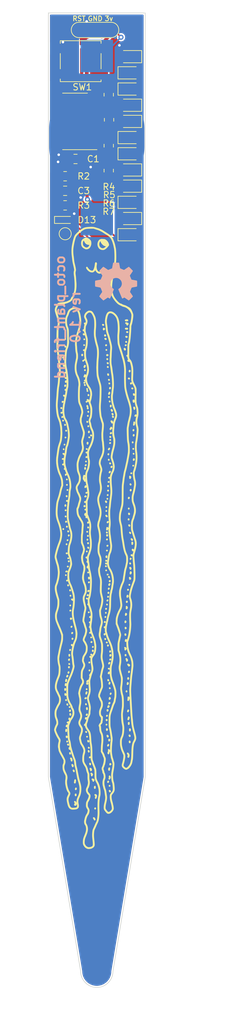
<source format=kicad_pcb>
(kicad_pcb (version 20211014) (generator pcbnew)
  (layers (0 "F.Cu" signal) (31 "B.Cu" signal) (34 "B.Paste" user) (35 "F.Paste" user) (36 "B.SilkS" user "B.Silkscreen") (37 "F.SilkS" user "F.Silkscreen") (38 "B.Mask" user) (39 "F.Mask" user) (44 "Edge.Cuts" user))
  (net 0 "")
  (net 4 "Net-(D1-Pad1)")
  (net 5 "Net-(D1-Pad2)")
  (net 6 "Net-(D3-Pad1)")
  (net 7 "Net-(D10-Pad2)")
  (net 8 "VDD")
  (net 9 "GND")
  (net 10 "LED Array 3")
  (net 11 "/C_Soil_+")
  (net 12 "Sensor Output")
  (net 13 "Sensor Input")
  (net 14 "LED Array 2")
  (net 15 "LED Array 1")
  (net 16 "LED Array 0")
  (net 17 "RESET")
  (net 19 "BTN")
  (footprint "Button_Switch_SMD:SW_Push_1P1T_NO_CK_KSC6xxJ" (layer "F.Cu") (at 101.6 35.0012)
    (fp_text reference "SW1" (at 0.254 4.064) (layer "F.SilkS"))
    (fp_text value "SW_Push")
    (pad "1" smd rect (at -2.9 -2) (size 2.8 1) (layers "F.Cu" "F.Paste" "F.Mask") (net 9 "GND"))
    (pad "1" smd rect (at 2.9 -2) (size 2.8 1) (layers "F.Cu" "F.Paste" "F.Mask") (net 9 "GND"))
    (pad "2" smd rect (at -2.9 2) (size 2.8 1) (layers "F.Cu" "F.Paste" "F.Mask") (net 19 "BTN"))
    (pad "2" smd rect (at 2.9 2) (size 2.8 1) (layers "F.Cu" "F.Paste" "F.Mask") (net 19 "BTN"))
  )
  (footprint "Capacitor_SMD:C_0805_2012Metric_Pad1.18x1.45mm_HandSolder" (layer "F.Cu") (at 100.7872 50.3428 180)
    (fp_text reference "C1" (at -2.794 0) (layer "F.SilkS"))
    (fp_text value "100nF")
    (pad "1" smd roundrect (at -1.0375 0 180) (size 1.175 1.45) (layers "F.Cu" "F.Paste" "F.Mask") (roundrect_rratio 0.212766) (net 8 "VDD"))
    (pad "2" smd roundrect (at 1.0375 0 180) (size 1.175 1.45) (layers "F.Cu" "F.Paste" "F.Mask") (roundrect_rratio 0.212766) (net 9 "GND"))
  )
  (footprint "LED_SMD:LED_0805_2012Metric_Pad1.15x1.40mm_HandSolder" (layer "F.Cu") (at 109.338 57.15)
    (fp_text reference "D10" hide)
    (fp_text value "LED")
    (pad "1" smd roundrect (at -1.025 0) (size 1.15 1.4) (layers "F.Cu" "F.Paste" "F.Mask") (roundrect_rratio 0.217391) (net 4 "Net-(D1-Pad1)"))
    (pad "2" smd roundrect (at 1.025 0) (size 1.15 1.4) (layers "F.Cu" "F.Paste" "F.Mask") (roundrect_rratio 0.217391) (net 7 "Net-(D10-Pad2)"))
  )
  (footprint "Capacitor_SMD:C_0805_2012Metric_Pad1.18x1.45mm_HandSolder" (layer "F.Cu") (at 99.1538 55.3388)
    (fp_text reference "C3" (at 2.921 0) (layer "F.SilkS"))
    (fp_text value "1uF")
    (pad "1" smd roundrect (at -1.0375 0) (size 1.175 1.45) (layers "F.Cu" "F.Paste" "F.Mask") (roundrect_rratio 0.212766) (net 12 "Sensor Output"))
    (pad "2" smd roundrect (at 1.0375 0) (size 1.175 1.45) (layers "F.Cu" "F.Paste" "F.Mask") (roundrect_rratio 0.212766) (net 9 "GND"))
  )
  (footprint "LED_SMD:LED_0805_2012Metric_Pad1.15x1.40mm_HandSolder" (layer "F.Cu") (at 109.338 54.61 180)
    (fp_text reference "D9" hide)
    (fp_text value "LED")
    (pad "1" smd roundrect (at -1.025 0 180) (size 1.15 1.4) (layers "F.Cu" "F.Paste" "F.Mask") (roundrect_rratio 0.217391) (net 7 "Net-(D10-Pad2)"))
    (pad "2" smd roundrect (at 1.025 0 180) (size 1.15 1.4) (layers "F.Cu" "F.Paste" "F.Mask") (roundrect_rratio 0.217391) (net 4 "Net-(D1-Pad1)"))
  )
  (footprint "LED_SMD:LED_0805_2012Metric_Pad1.15x1.40mm_HandSolder" (layer "F.Cu") (at 109.338 49.53)
    (fp_text reference "D7" hide)
    (fp_text value "LED")
    (pad "1" smd roundrect (at -1.025 0) (size 1.15 1.4) (layers "F.Cu" "F.Paste" "F.Mask") (roundrect_rratio 0.217391) (net 6 "Net-(D3-Pad1)"))
    (pad "2" smd roundrect (at 1.025 0) (size 1.15 1.4) (layers "F.Cu" "F.Paste" "F.Mask") (roundrect_rratio 0.217391) (net 5 "Net-(D1-Pad2)"))
  )
  (footprint "custom:TestPoint_Pad_3x1_D1.5mm" (layer "F.Cu") (at 99.822 30.099)
    (fp_text reference "J1" hide)
    (fp_text value "Conn_01x03")
    (pad "1" smd circle (at 1.5 0) (size 2 2) (layers "F.Cu" "F.Mask") (net 17 "RESET"))
    (pad "2" smd circle (at 4.04 0) (size 2 2) (layers "F.Cu" "F.Mask") (net 9 "GND"))
    (pad "3" smd circle (at 6.58 0) (size 2 2) (layers "F.Cu" "F.Mask") (net 8 "VDD"))
  )
  (footprint "LED_SMD:LED_0805_2012Metric_Pad1.15x1.40mm_HandSolder" (layer "F.Cu") (at 109.338 52.07 180)
    (fp_text reference "D8" hide)
    (fp_text value "LED")
    (pad "1" smd roundrect (at -1.025 0 180) (size 1.15 1.4) (layers "F.Cu" "F.Paste" "F.Mask") (roundrect_rratio 0.217391) (net 5 "Net-(D1-Pad2)"))
    (pad "2" smd roundrect (at 1.025 0 180) (size 1.15 1.4) (layers "F.Cu" "F.Paste" "F.Mask") (roundrect_rratio 0.217391) (net 6 "Net-(D3-Pad1)"))
  )
  (footprint "LED_SMD:LED_0805_2012Metric_Pad1.15x1.40mm_HandSolder" (layer "F.Cu") (at 109.338 44.45 180)
    (fp_text reference "D5" hide)
    (fp_text value "LED")
    (pad "1" smd roundrect (at -1.025 0 180) (size 1.15 1.4) (layers "F.Cu" "F.Paste" "F.Mask") (roundrect_rratio 0.217391) (net 7 "Net-(D10-Pad2)"))
    (pad "2" smd roundrect (at 1.025 0 180) (size 1.15 1.4) (layers "F.Cu" "F.Paste" "F.Mask") (roundrect_rratio 0.217391) (net 6 "Net-(D3-Pad1)"))
  )
  (footprint "LED_SMD:LED_0805_2012Metric_Pad1.15x1.40mm_HandSolder" (layer "F.Cu") (at 109.338 41.91 180)
    (fp_text reference "D4" hide)
    (fp_text value "LED")
    (pad "1" smd roundrect (at -1.025 0 180) (size 1.15 1.4) (layers "F.Cu" "F.Paste" "F.Mask") (roundrect_rratio 0.217391) (net 4 "Net-(D1-Pad1)"))
    (pad "2" smd roundrect (at 1.025 0 180) (size 1.15 1.4) (layers "F.Cu" "F.Paste" "F.Mask") (roundrect_rratio 0.217391) (net 6 "Net-(D3-Pad1)"))
  )
  (footprint "Resistor_SMD:R_0805_2012Metric_Pad1.20x1.40mm_HandSolder" (layer "F.Cu") (at 106.0196 52.1716 -90)
    (fp_text reference "R7" (at 6.4262 0 180) (layer "F.SilkS"))
    (fp_text value "33")
    (pad "1" smd roundrect (at -1 0 270) (size 1.2 1.4) (layers "F.Cu" "F.Paste" "F.Mask") (roundrect_rratio 0.208333) (net 10 "LED Array 3"))
    (pad "2" smd roundrect (at 1 0 270) (size 1.2 1.4) (layers "F.Cu" "F.Paste" "F.Mask") (roundrect_rratio 0.208333) (net 7 "Net-(D10-Pad2)"))
  )
  (footprint "Diode_SMD:D_SC-80_HandSoldering" (layer "F.Cu") (at 99.2808 59.9108)
    (fp_text reference "D13" (at 3.302 0) (layer "F.SilkS"))
    (fp_text value "LL4148")
    (pad "1" smd rect (at -1.1 0) (size 1.1 0.6) (layers "F.Cu" "F.Paste" "F.Mask") (net 12 "Sensor Output"))
    (pad "2" smd rect (at 1.1 0) (size 1.1 0.6) (layers "F.Cu" "F.Paste" "F.Mask") (net 11 "/C_Soil_+"))
  )
  (footprint "custom:soilCapactiorTrace" (layer "F.Cu") (at 104.14 118.11)
    (fp_text reference "C2" hide)
    (fp_text value "Parasitic")
    (pad "1" smd oval (at 0 0) (size 5.08 82.55) (layers "F.Cu") (net 11 "/C_Soil_+") (clearance 1))
    (pad "2" smd circle (at -3.81 0) (size 0.2 0.2) (layers "F.Cu") (net 9 "GND"))
  )
  (footprint "LED_SMD:LED_0805_2012Metric_Pad1.15x1.40mm_HandSolder" (layer "F.Cu") (at 109.338 62.23)
    (fp_text reference "D12" hide)
    (fp_text value "LED")
    (pad "1" smd roundrect (at -1.025 0) (size 1.15 1.4) (layers "F.Cu" "F.Paste" "F.Mask") (roundrect_rratio 0.217391) (net 5 "Net-(D1-Pad2)"))
    (pad "2" smd roundrect (at 1.025 0) (size 1.15 1.4) (layers "F.Cu" "F.Paste" "F.Mask") (roundrect_rratio 0.217391) (net 7 "Net-(D10-Pad2)"))
  )
  (footprint "LED_SMD:LED_0805_2012Metric_Pad1.15x1.40mm_HandSolder" (layer "F.Cu") (at 109.338 39.37)
    (fp_text reference "D3" hide)
    (fp_text value "LED")
    (pad "1" smd roundrect (at -1.025 0) (size 1.15 1.4) (layers "F.Cu" "F.Paste" "F.Mask") (roundrect_rratio 0.217391) (net 6 "Net-(D3-Pad1)"))
    (pad "2" smd roundrect (at 1.025 0) (size 1.15 1.4) (layers "F.Cu" "F.Paste" "F.Mask") (roundrect_rratio 0.217391) (net 4 "Net-(D1-Pad1)"))
  )
  (footprint "LED_SMD:LED_0805_2012Metric_Pad1.15x1.40mm_HandSolder" (layer "F.Cu") (at 109.338 36.83)
    (fp_text reference "D2" hide)
    (fp_text value "LED")
    (pad "1" smd roundrect (at -1.025 0) (size 1.15 1.4) (layers "F.Cu" "F.Paste" "F.Mask") (roundrect_rratio 0.217391) (net 5 "Net-(D1-Pad2)"))
    (pad "2" smd roundrect (at 1.025 0) (size 1.15 1.4) (layers "F.Cu" "F.Paste" "F.Mask") (roundrect_rratio 0.217391) (net 4 "Net-(D1-Pad1)"))
  )
  (footprint "Resistor_SMD:R_0805_2012Metric_Pad1.20x1.40mm_HandSolder" (layer "F.Cu") (at 99.1538 57.6248)
    (fp_text reference "R3" (at 2.921 0) (layer "F.SilkS"))
    (fp_text value "1M")
    (pad "1" smd roundrect (at -1 0) (size 1.2 1.4) (layers "F.Cu" "F.Paste" "F.Mask") (roundrect_rratio 0.208333) (net 12 "Sensor Output"))
    (pad "2" smd roundrect (at 1 0) (size 1.2 1.4) (layers "F.Cu" "F.Paste" "F.Mask") (roundrect_rratio 0.208333) (net 9 "GND"))
  )
  (footprint "Package_SO:SOIC-14_3.9x8.7mm_P1.27mm" (layer "F.Cu") (at 100.711 44.45 180)
    (fp_text reference "IC1" hide)
    (fp_text value "ATTINY824-SSFR")
    (pad "1" smd roundrect (at -2.475 -3.81 180) (size 1.95 0.6) (layers "F.Cu" "F.Paste" "F.Mask") (net 8 "VDD"))
    (pad "2" smd roundrect (at -2.475 -2.54 180) (size 1.95 0.6) (layers "F.Cu" "F.Paste" "F.Mask") (net 10 "LED Array 3"))
    (pad "3" smd roundrect (at -2.475 -1.27 180) (size 1.95 0.6) (layers "F.Cu" "F.Paste" "F.Mask") (net 14 "LED Array 2"))
    (pad "4" smd roundrect (at -2.475 0 180) (size 1.95 0.6) (layers "F.Cu" "F.Paste" "F.Mask") (net 15 "LED Array 1"))
    (pad "5" smd roundrect (at -2.475 1.27 180) (size 1.95 0.6) (layers "F.Cu" "F.Paste" "F.Mask") (net 16 "LED Array 0"))
    (pad "6" smd roundrect (at -2.475 2.54 180) (size 1.95 0.6) (layers "F.Cu" "F.Paste" "F.Mask"))
    (pad "7" smd roundrect (at -2.475 3.81 180) (size 1.95 0.6) (layers "F.Cu" "F.Paste" "F.Mask"))
    (pad "8" smd roundrect (at 2.475 3.81 180) (size 1.95 0.6) (layers "F.Cu" "F.Paste" "F.Mask"))
    (pad "9" smd roundrect (at 2.475 2.54 180) (size 1.95 0.6) (layers "F.Cu" "F.Paste" "F.Mask"))
    (pad "10" smd roundrect (at 2.475 1.27 180) (size 1.95 0.6) (layers "F.Cu" "F.Paste" "F.Mask") (net 17 "RESET"))
    (pad "11" smd roundrect (at 2.475 0 180) (size 1.95 0.6) (layers "F.Cu" "F.Paste" "F.Mask") (net 12 "Sensor Output"))
    (pad "12" smd roundrect (at 2.475 -1.27 180) (size 1.95 0.6) (layers "F.Cu" "F.Paste" "F.Mask") (net 19 "BTN"))
    (pad "13" smd roundrect (at 2.475 -2.54 180) (size 1.95 0.6) (layers "F.Cu" "F.Paste" "F.Mask") (net 13 "Sensor Input"))
    (pad "14" smd roundrect (at 2.475 -3.81 180) (size 1.95 0.6) (layers "F.Cu" "F.Paste" "F.Mask") (net 9 "GND"))
  )
  (footprint "Resistor_SMD:R_0805_2012Metric_Pad1.20x1.40mm_HandSolder" (layer "F.Cu") (at 106.0704 44.196 90)
    (fp_text reference "R5" (at -11.7856 0.0254 180) (layer "F.SilkS"))
    (fp_text value "33")
    (pad "1" smd roundrect (at -1 0 90) (size 1.2 1.4) (layers "F.Cu" "F.Paste" "F.Mask") (roundrect_rratio 0.208333) (net 15 "LED Array 1"))
    (pad "2" smd roundrect (at 1 0 90) (size 1.2 1.4) (layers "F.Cu" "F.Paste" "F.Mask") (roundrect_rratio 0.208333) (net 4 "Net-(D1-Pad1)"))
  )
  (footprint "art:art" (layer "F.Cu") (at 103.632 98.933)
    (fp_text reference "G***" hide)
    (fp_text value "LOGO" hide)
  )
  (footprint "Resistor_SMD:R_0805_2012Metric_Pad1.20x1.40mm_HandSolder" (layer "F.Cu") (at 106.0196 40.259 90)
    (fp_text reference "R4" (at -14.4526 0.0254 180) (layer "F.SilkS"))
    (fp_text value "33")
    (pad "1" smd roundrect (at -1 0 90) (size 1.2 1.4) (layers "F.Cu" "F.Paste" "F.Mask") (roundrect_rratio 0.208333) (net 16 "LED Array 0"))
    (pad "2" smd roundrect (at 1 0 90) (size 1.2 1.4) (layers "F.Cu" "F.Paste" "F.Mask") (roundrect_rratio 0.208333) (net 5 "Net-(D1-Pad2)"))
  )
  (footprint "LED_SMD:LED_0805_2012Metric_Pad1.15x1.40mm_HandSolder" (layer "F.Cu") (at 109.338 34.29 180)
    (fp_text reference "D1" hide)
    (fp_text value "LED")
    (pad "1" smd roundrect (at -1.025 0 180) (size 1.15 1.4) (layers "F.Cu" "F.Paste" "F.Mask") (roundrect_rratio 0.217391) (net 4 "Net-(D1-Pad1)"))
    (pad "2" smd roundrect (at 1.025 0 180) (size 1.15 1.4) (layers "F.Cu" "F.Paste" "F.Mask") (roundrect_rratio 0.217391) (net 5 "Net-(D1-Pad2)"))
  )
  (footprint "LED_SMD:LED_0805_2012Metric_Pad1.15x1.40mm_HandSolder" (layer "F.Cu") (at 109.338 46.99)
    (fp_text reference "D6" hide)
    (fp_text value "LED")
    (pad "1" smd roundrect (at -1.025 0) (size 1.15 1.4) (layers "F.Cu" "F.Paste" "F.Mask") (roundrect_rratio 0.217391) (net 6 "Net-(D3-Pad1)"))
    (pad "2" smd roundrect (at 1.025 0) (size 1.15 1.4) (layers "F.Cu" "F.Paste" "F.Mask") (roundrect_rratio 0.217391) (net 7 "Net-(D10-Pad2)"))
  )
  (footprint "TestPoint:TestPoint_Pad_D1.5mm" (layer "F.Cu") (at 99.1616 62.0776)
    (fp_text reference "TP1" hide)
    (fp_text value "Sensor Output Test")
    (pad "1" smd circle (at 0 0) (size 1.5 1.5) (layers "F.Cu" "F.Mask") (net 12 "Sensor Output"))
  )
  (footprint "LED_SMD:LED_0805_2012Metric_Pad1.15x1.40mm_HandSolder" (layer "F.Cu") (at 109.338 59.69 180)
    (fp_text reference "D11" hide)
    (fp_text value "LED")
    (pad "1" smd roundrect (at -1.025 0 180) (size 1.15 1.4) (layers "F.Cu" "F.Paste" "F.Mask") (roundrect_rratio 0.217391) (net 7 "Net-(D10-Pad2)"))
    (pad "2" smd roundrect (at 1.025 0 180) (size 1.15 1.4) (layers "F.Cu" "F.Paste" "F.Mask") (roundrect_rratio 0.217391) (net 5 "Net-(D1-Pad2)"))
  )
  (footprint "Resistor_SMD:R_0805_2012Metric_Pad1.20x1.40mm_HandSolder" (layer "F.Cu") (at 106.0196 48.26 -90)
    (fp_text reference "R6" (at 9.0424 -0.0254 180) (layer "F.SilkS"))
    (fp_text value "33")
    (pad "1" smd roundrect (at -1 0 270) (size 1.2 1.4) (layers "F.Cu" "F.Paste" "F.Mask") (roundrect_rratio 0.208333) (net 14 "LED Array 2"))
    (pad "2" smd roundrect (at 1 0 270) (size 1.2 1.4) (layers "F.Cu" "F.Paste" "F.Mask") (roundrect_rratio 0.208333) (net 6 "Net-(D3-Pad1)"))
  )
  (footprint "Resistor_SMD:R_0805_2012Metric_Pad1.20x1.40mm_HandSolder" (layer "F.Cu") (at 99.1538 53.0528)
    (fp_text reference "R2" (at 2.921 0 180) (layer "F.SilkS"))
    (fp_text value "10k")
    (pad "1" smd roundrect (at -1 0) (size 1.2 1.4) (layers "F.Cu" "F.Paste" "F.Mask") (roundrect_rratio 0.208333) (net 13 "Sensor Input"))
    (pad "2" smd roundrect (at 1 0) (size 1.2 1.4) (layers "F.Cu" "F.Paste" "F.Mask") (roundrect_rratio 0.208333) (net 11 "/C_Soil_+"))
  )
  (footprint "Symbol:OSHW-Symbol_6.7x6mm_SilkScreen" (layer "B.Cu") (at 107.188 69.596 180)
    (fp_text reference "REF**" hide)
    (fp_text value "OSHW-Symbol_6.7x6mm_SilkScreen" hide)
  )
  (footprint "Battery:BatteryHolder_Keystone_3002_1x2032" (layer "B.Cu") (at 104.14 46.99 90)
    (fp_text reference "BT1" hide)
    (fp_text value "CR2032")
    (pad "1" smd rect (at -12.8 0 90) (size 5.1 5.1) (layers "B.Cu" "B.Paste" "B.Mask") (net 8 "VDD"))
    (pad "1" smd rect (at 12.8 0 90) (size 5.1 5.1) (layers "B.Cu" "B.Paste" "B.Mask") (net 8 "VDD"))
    (pad "2" smd oval (at 0 0 90) (size 17.8 15) (layers "B.Cu" "B.Mask") (net 9 "GND"))
  )
  (gr_arc (start 106.68 177.8) (mid 104.14 180.34) (end 101.6 177.8) (layer "Edge.Cuts") (width 0.1))
  (gr_line (start 96.52 27.432) (end 111.76 27.432) (layer "Edge.Cuts") (width 0.1))
  (gr_line (start 111.76 27.432) (end 111.76 147.32) (layer "Edge.Cuts") (width 0.1))
  (gr_line (start 96.52 147.32) (end 96.52 27.432) (layer "Edge.Cuts") (width 0.1))
  (gr_line (start 101.6 177.8) (end 96.52 147.32) (layer "Edge.Cuts") (width 0.1))
  (gr_line (start 106.68 177.8) (end 111.76 147.32) (layer "Edge.Cuts") (width 0.1))
  (gr_text "octo_plant_friend\nrev 1.0" (at 99.568 75.184 90) (layer "B.SilkS") (effects (font (size 1.5 1.5) (thickness 0.3)) (justify mirror)))
  (gr_text "GND" (at 103.886 28.321) (layer "F.SilkS") (effects (font (size 0.75 0.75))))
  (gr_text "RST" (at 101.346 28.321) (layer "F.SilkS") (effects (font (size 0.75 0.75))))
  (gr_text "3v" (at 106.045 28.321) (layer "F.SilkS") (effects (font (size 0.75 0.75))))
  (segment (start 104.3432 48.748872) (end 104.3432 51.360253) (width 0.25) (layer "F.Cu") (net 4))
  (segment (start 101.88648 47.357512) (end 102.164448 47.63548) (width 0.25) (layer "F.Cu") (net 4))
  (segment (start 101.88648 43.96032) (end 101.88648 47.357512) (width 0.25) (layer "F.Cu") (net 4))
  (segment (start 105.918 43.196) (end 105.28852 43.82548) (width 0.25) (layer "F.Cu") (net 4))
  (segment (start 107.41348 36.932775) (end 107.41348 33.602027) (width 0.25) (layer "F.Cu") (net 4))
  (segment (start 108.313 54.61) (end 108.313 57.15) (width 0.25) (layer "F.Cu") (net 4))
  (segment (start 107.41348 33.602027) (end 107.750027 33.26548) (width 0.25) (layer "F.Cu") (net 4))
  (segment (start 104.207552 47.63548) (end 104.48552 47.913448) (width 0.25) (layer "F.Cu") (net 4))
  (segment (start 107.1372 42.1038) (end 107.1372 40.738707) (width 0.25) (layer "F.Cu") (net 4))
  (segment (start 105.28852 43.82548) (end 102.02132 43.82548) (width 0.25) (layer "F.Cu") (net 4))
  (segment (start 110.363 39.37) (end 110.363 41.91) (width 0.25) (layer "F.Cu") (net 4))
  (segment (start 102.02132 43.82548) (end 101.88648 43.96032) (width 0.25) (layer "F.Cu") (net 4))
  (segment (start 104.89348 39.846973) (end 104.89348 38.671027) (width 0.25) (layer "F.Cu") (net 4))
  (segment (start 104.89348 38.671027) (end 105.230027 38.33448) (width 0.25) (layer "F.Cu") (net 4))
  (segment (start 104.48552 47.913448) (end 104.48552 48.606552) (width 0.25) (layer "F.Cu") (net 4))
  (segment (start 105.154547 52.1716) (end 106.7816 52.1716) (width 0.25) (layer "F.Cu") (net 4))
  (segment (start 105.230027 38.33448) (end 106.011775 38.33448) (width 0.25) (layer "F.Cu") (net 4))
  (segment (start 107.1372 40.738707) (end 106.582013 40.18352) (width 0.25) (layer "F.Cu") (net 4))
  (segment (start 107.750027 33.26548) (end 109.33848 33.26548) (width 0.25) (layer "F.Cu") (net 4))
  (segment (start 104.48552 48.606552) (end 104.3432 48.748872) (width 0.25) (layer "F.Cu") (net 4))
  (segment (start 109.33848 33.26548) (end 110.363 34.29) (width 0.25) (layer "F.Cu") (net 4))
  (segment (start 102.164448 47.63548) (end 104.207552 47.63548) (width 0.25) (layer "F.Cu") (net 4))
  (segment (start 110.363 34.29) (end 110.363 36.83) (width 0.25) (layer "F.Cu") (net 4))
  (segment (start 105.230027 40.18352) (end 104.89348 39.846973) (width 0.25) (layer "F.Cu") (net 4))
  (segment (start 106.7816 52.1716) (end 108.313 53.703) (width 0.25) (layer "F.Cu") (net 4))
  (segment (start 106.582013 40.18352) (end 105.230027 40.18352) (width 0.25) (layer "F.Cu") (net 4))
  (segment (start 104.3432 51.360253) (end 105.154547 52.1716) (width 0.25) (layer "F.Cu") (net 4))
  (segment (start 108.313 53.703) (end 108.313 54.61) (width 0.25) (layer "F.Cu") (net 4))
  (segment (start 106.045 43.196) (end 107.1372 42.1038) (width 0.25) (layer "F.Cu") (net 4))
  (segment (start 110.363 36.83) (end 110.363 39.37) (width 0.25) (layer "F.Cu") (net 4))
  (segment (start 106.011775 38.33448) (end 107.41348 36.932775) (width 0.25) (layer "F.Cu") (net 4))
  (segment (start 106.045 39.098) (end 108.313 36.83) (width 0.25) (layer "F.Cu") (net 5))
  (segment (start 109.46348 50.42952) (end 109.46348 58.53952) (width 0.25) (layer "F.Cu") (net 5))
  (segment (start 109.21252 48.37952) (end 110.363 49.53) (width 0.25) (layer "F.Cu") (net 5))
  (segment (start 110.363 49.53) (end 110.363 52.07) (width 0.25) (layer "F.Cu") (net 5))
  (segment (start 109.46348 58.53952) (end 108.313 59.69) (width 0.25) (layer "F.Cu") (net 5))
  (segment (start 110.363 49.53) (end 109.46348 50.42952) (width 0.25) (layer "F.Cu") (net 5))
  (segment (start 108.313 62.23) (end 108.313 59.69) (width 0.25) (layer "F.Cu") (net 5))
  (segment (start 108.313 34.29) (end 108.313 36.83) (width 0.25) (layer "F.Cu") (net 5))
  (segment (start 109.21252 37.72952) (end 109.21252 48.37952) (width 0.25) (layer "F.Cu") (net 5))
  (segment (start 106.045 39.259) (end 106.045 39.098) (width 0.25) (layer "F.Cu") (net 5))
  (segment (start 108.313 36.83) (end 109.21252 37.72952) (width 0.25) (layer "F.Cu") (net 5))
  (segment (start 108.313 52.07) (end 108.313 49.53) (width 0.25) (layer "F.Cu") (net 6))
  (segment (start 108.313 44.45) (end 108.313 41.91) (width 0.25) (layer "F.Cu") (net 6))
  (segment (start 106.045 49.26) (end 108.043 49.26) (width 0.25) (layer "F.Cu") (net 6))
  (segment (start 108.043 49.26) (end 108.313 49.53) (width 0.25) (layer "F.Cu") (net 6))
  (segment (start 108.313 41.91) (end 108.313 39.37) (width 0.25) (layer "F.Cu") (net 6))
  (segment (start 108.313 49.53) (end 108.313 46.99) (width 0.25) (layer "F.Cu") (net 6))
  (segment (start 108.313 46.99) (end 108.313 44.45) (width 0.25) (layer "F.Cu") (net 6))
  (segment (start 106.045 53.197) (end 106.045 61.549493) (width 0.25) (layer "F.Cu") (net 7))
  (segment (start 107.750027 63.25452) (end 109.33848 63.25452) (width 0.25) (layer "F.Cu") (net 7))
  (segment (start 106.045 61.549493) (end 107.750027 63.25452) (width 0.25) (layer "F.Cu") (net 7))
  (segment (start 111.26252 53.71048) (end 111.26252 47.88952) (width 0.25) (layer "F.Cu") (net 7))
  (segment (start 109.33848 63.25452) (end 110.363 62.23) (width 0.25) (layer "F.Cu") (net 7))
  (segment (start 110.363 44.45) (end 110.363 46.99) (width 0.25) (layer "F.Cu") (net 7))
  (segment (start 111.26252 47.88952) (end 110.363 46.99) (width 0.25) (layer "F.Cu") (net 7))
  (segment (start 110.363 54.61) (end 111.26252 53.71048) (width 0.25) (layer "F.Cu") (net 7))
  (segment (start 110.363 57.15) (end 110.363 59.69) (width 0.25) (layer "F.Cu") (net 7))
  (segment (start 110.363 54.61) (end 110.363 57.15) (width 0.25) (layer "F.Cu") (net 7))
  (segment (start 110.363 59.69) (end 110.363 62.23) (width 0.25) (layer "F.Cu") (net 7))
  (segment (start 106.426 30.734) (end 106.68 30.48) (width 0.25) (layer "F.Cu") (net 8))
  (segment (start 107.188 30.48) (end 107.95 31.242) (width 0.25) (layer "F.Cu") (net 8))
  (segment (start 101.8247 50.3428) (end 101.8247 49.6213) (width 0.25) (layer "F.Cu") (net 8))
  (segment (start 101.76148 33.11252) (end 101.76148 43.272827) (width 0.5) (layer "F.Cu") (net 8))
  (segment (start 106.426 30.734) (end 105.2322 31.9278) (width 0.5) (layer "F.Cu") (net 8))
  (segment (start 101.8247 51.464091) (end 101.8247 50.3428) (width 0.5) (layer "F.Cu") (net 8))
  (segment (start 101.31196 47.595485) (end 101.5 47.783526) (width 0.5) (layer "F.Cu") (net 8))
  (segment (start 101.31196 43.722347) (end 101.31196 47.595485) (width 0.5) (layer "F.Cu") (net 8))
  (segment (start 106.68 30.48) (end 107.188 30.48) (width 0.25) (layer "F.Cu") (net 8))
  (segment (start 101.5 50.0181) (end 101.8247 50.3428) (width 0.5) (layer "F.Cu") (net 8))
  (segment (start 102.6668 56.6928) (end 102.616 56.642) (width 0.5) (layer "F.Cu") (net 8))
  (segment (start 101.76148 43.272827) (end 101.31196 43.722347) (width 0.5) (layer "F.Cu") (net 8))
  (segment (start 101.8247 49.6213) (end 103.186 48.26) (width 0.5) (layer "F.Cu") (net 8))
  (segment (start 105.2322 31.9278) (end 102.9462 31.9278) (width 0.5) (layer "F.Cu") (net 8))
  (segment (start 102.9462 31.9278) (end 101.76148 33.11252) (width 0.5) (layer "F.Cu") (net 8))
  (segment (start 102.616 52.255391) (end 101.8247 51.464091) (width 0.5) (layer "F.Cu") (net 8))
  (segment (start 101.5 47.783526) (end 101.5 50.0181) (width 0.5) (layer "F.Cu") (net 8))
  (segment (start 102.616 56.642) (end 102.616 52.255391) (width 0.5) (layer "F.Cu") (net 8))
  (via (at 102.6668 56.6928) (size 0.8) (drill 0.4) (layers "F.Cu" "B.Cu") (net 8))
  (via (at 107.95 31.242) (size 0.8) (drill 0.4) (layers "F.Cu" "B.Cu") (net 8))
  (segment (start 102.6668 56.6928) (end 104.14 58.166) (width 0.5) (layer "B.Cu") (net 8))
  (segment (start 107.95 31.242) (end 105.002 34.19) (width 0.25) (layer "B.Cu") (net 8))
  (segment (start 105.002 34.19) (end 104.14 34.19) (width 0.25) (layer "B.Cu") (net 8))
  (segment (start 100.3808 55.3388) (end 100.3288 55.3388) (width 0.25) (layer "F.Cu") (net 9))
  (segment (start 100.3808 55.3388) (end 100.432414 55.3388) (width 0.25) (layer "F.Cu") (net 9))
  (segment (start 99.7497 49.7737) (end 98.236 48.26) (width 0.5) (layer "F.Cu") (net 9))
  (segment (start 99.7497 50.3428) (end 99.7497 49.7737) (width 0.25) (layer "F.Cu") (net 9))
  (via (at 107.700299 32.516299) (size 0.8) (drill 0.4) (layers "F.Cu" "B.Cu") (net 9))
  (via (at 102.5398 28.7528) (size 0.8) (drill 0.4) (layers "F.Cu" "B.Cu") (net 9))
  (via (at 101.6 56.388) (size 0.8) (drill 0.4) (layers "F.Cu" "B.Cu") (net 9))
  (via (at 100.584 58.928) (size 0.8) (drill 0.4) (layers "F.Cu" "B.Cu") (net 9))
  (via (at 98.806 32.004) (size 0.8) (drill 0.4) (layers "F.Cu" "B.Cu") (net 9))
  (via (at 103.1748 51.6128) (size 0.8) (drill 0.4) (layers "F.Cu" "B.Cu") (net 9))
  (via (at 98.1456 49.6824) (size 0.8) (drill 0.4) (layers "F.Cu" "B.Cu") (net 9))
  (via (at 98.044 50.8) (size 0.8) (drill 0.4) (layers "F.Cu" "B.Cu") (net 9))
  (segment (start 107.185852 50.25966) (end 107.1372 50.211008) (width 0.25) (layer "B.Cu") (net 9))
  (segment (start 107.1372 50.211008) (end 107.1372 48.2092) (width 0.25) (layer "B.Cu") (net 9))
  (segment (start 104.93504 47.42944) (end 104.4956 46.99) (width 0.25) (layer "F.Cu") (net 10))
  (segment (start 104.79272 48.93507) (end 104.93504 48.792749) (width 0.25) (layer "F.Cu") (net 10))
  (segment (start 104.93504 48.792749) (end 104.93504 47.42944) (width 0.25) (layer "F.Cu") (net 10))
  (segment (start 104.79272 50.04632) (end 104.79272 48.93507) (width 0.25) (layer "F.Cu") (net 10))
  (segment (start 105.918 51.1716) (end 104.79272 50.04632) (width 0.25) (layer "F.Cu") (net 10))
  (segment (start 104.4956 46.99) (end 103.186 46.99) (width 0.25) (layer "F.Cu") (net 10))
  (segment (start 99.22928 54.675827) (end 99.22928 58.75928) (width 0.25) (layer "F.Cu") (net 11))
  (segment (start 104.14 64.008) (end 100.3808 60.2488) (width 0.25) (layer "F.Cu") (net 11))
  (segment (start 100.1538 54.1258) (end 99.99032 54.28928) (width 0.25) (layer "F.Cu") (net 11))
  (segment (start 100.1538 53.0528) (end 100.1538 54.1258) (width 0.25) (layer "F.Cu") (net 11))
  (segment (start 100.3808 60.2488) (end 100.3808 59.9108) (width 0.25) (layer "F.Cu") (net 11))
  (segment (start 104.14 118.11) (end 104.14 64.008) (width 0.25) (layer "F.Cu") (net 11))
  (segment (start 99.99032 54.28928) (end 99.615827 54.28928) (width 0.25) (layer "F.Cu") (net 11))
  (segment (start 99.615827 54.28928) (end 99.22928 54.675827) (width 0.25) (layer "F.Cu") (net 11))
  (segment (start 99.22928 58.75928) (end 100.3808 59.9108) (width 0.25) (layer "F.Cu") (net 11))
  (segment (start 98.1808 61.0968) (end 99.1616 62.0776) (width 0.25) (layer "F.Cu") (net 12))
  (segment (start 98.1808 59.9108) (end 98.1808 61.0968) (width 0.25) (layer "F.Cu") (net 12))
  (segment (start 98.1808 57.6518) (end 98.1538 57.6248) (width 0.25) (layer "F.Cu") (net 12))
  (segment (start 99.822 45.659928) (end 98.612072 44.45) (width 0.25) (layer "F.Cu") (net 12))
  (segment (start 99.822 48.790107) (end 99.822 45.659928) (width 0.25) (layer "F.Cu") (net 12))
  (segment (start 99.1616 52.432507) (end 99.565827 52.02828) (width 0.25) (layer "F.Cu") (net 12))
  (segment (start 100.66172 49.629827) (end 99.822 48.790107) (width 0.25) (layer "F.Cu") (net 12))
  (segment (start 100.2792 51.9684) (end 100.66172 51.58588) (width 0.25) (layer "F.Cu") (net 12))
  (segment (start 98.1163 55.3388) (end 98.1163 54.702793) (width 0.25) (layer "F.Cu") (net 12))
  (segment (start 99.1616 53.657493) (end 99.1616 52.432507) (width 0.25) (layer "F.Cu") (net 12))
  (segment (start 98.612072 44.45) (end 98.236 44.45) (width 0.25) (layer "F.Cu") (net 12))
  (segment (start 99.565827 52.02828) (end 100.21932 52.02828) (width 0.25) (layer "F.Cu") (net 12))
  (segment (start 98.1538 57.6248) (end 98.1538 55.3763) (width 0.25) (layer "F.Cu") (net 12))
  (segment (start 100.66172 51.58588) (end 100.66172 49.629827) (width 0.25) (layer "F.Cu") (net 12))
  (segment (start 98.1808 59.9108) (end 98.1808 57.6518) (width 0.25) (layer "F.Cu") (net 12))
  (segment (start 98.1538 55.3763) (end 98.1163 55.3388) (width 0.25) (layer "F.Cu") (net 12))
  (segment (start 98.1163 54.702793) (end 99.1616 53.657493) (width 0.25) (layer "F.Cu") (net 12))
  (segment (start 98.1538 53.0528) (end 96.93648 51.83548) (width 0.25) (layer "F.Cu") (net 13))
  (segment (start 96.93648 47.913448) (end 97.859928 46.99) (width 0.25) (layer "F.Cu") (net 13))
  (segment (start 97.859928 46.99) (end 98.236 46.99) (width 0.25) (layer "F.Cu") (net 13))
  (segment (start 96.93648 51.83548) (end 96.93648 47.913448) (width 0.25) (layer "F.Cu") (net 13))
  (segment (start 103.186 45.72) (end 104.505 45.72) (width 0.25) (layer "F.Cu") (net 14))
  (segment (start 104.505 45.72) (end 106.045 47.26) (width 0.25) (layer "F.Cu") (net 14))
  (segment (start 103.186 44.45) (end 105.299 44.45) (width 0.25) (layer "F.Cu") (net 15))
  (segment (start 105.299 44.45) (end 106.045 45.196) (width 0.25) (layer "F.Cu") (net 15))
  (segment (start 103.562072 43.18) (end 105.483072 41.259) (width 0.25) (layer "F.Cu") (net 16))
  (segment (start 103.186 43.18) (end 103.562072 43.18) (width 0.25) (layer "F.Cu") (net 16))
  (segment (start 105.483072 41.259) (end 106.045 41.259) (width 0.25) (layer "F.Cu") (net 16))
  (segment (start 101.322 30.099) (end 101.092 30.329) (width 0.25) (layer "F.Cu") (net 17))
  (segment (start 98.612072 43.18) (end 98.236 43.18) (width 0.25) (layer "F.Cu") (net 17))
  (segment (start 101.092 30.329) (end 101.092 40.700072) (width 0.25) (layer "F.Cu") (net 17))
  (segment (start 101.092 40.700072) (end 98.612072 43.18) (width 0.25) (layer "F.Cu") (net 17))
  (segment (start 97.859928 45.72) (end 98.236 45.72) (width 0.25) (layer "F.Cu") (net 19))
  (segment (start 96.93648 44.796552) (end 97.859928 45.72) (width 0.25) (layer "F.Cu") (net 19))
  (segment (start 96.93648 38.76472) (end 96.93648 44.796552) (width 0.25) (layer "F.Cu") (net 19))
  (segment (start 98.7 37.0012) (end 96.93648 38.76472) (width 0.25) (layer "F.Cu") (net 19))
  (zone (net 9) (net_name "GND") (layers F&B.Cu) (connect_pads (clearance 0.254)) (min_thickness 0.254) (fill yes (thermal_gap 0.508) (thermal_bridge_width 0.508))
    (polygon (pts (xy 127 182.88) (xy 88.9 182.88) (xy 88.9 25.4) (xy 127 25.4)))
  )
)
</source>
